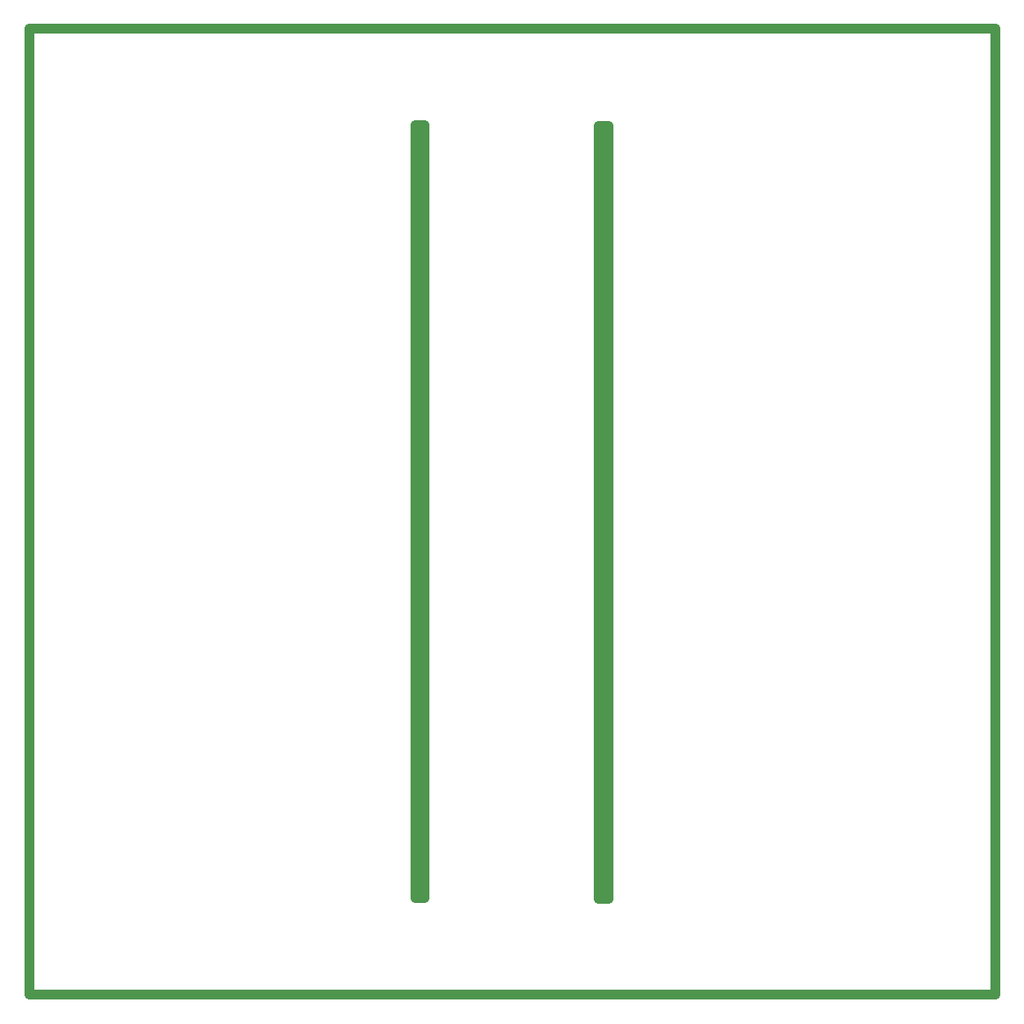
<source format=gbr>
%TF.GenerationSoftware,KiCad,Pcbnew,(5.0.2)-1*%
%TF.CreationDate,2019-02-27T22:14:55+01:00*%
%TF.ProjectId,Kicad-EffectsUnit1,4b696361-642d-4456-9666-65637473556e,Rev A*%
%TF.SameCoordinates,Original*%
%TF.FileFunction,Profile,NP*%
%FSLAX46Y46*%
G04 Gerber Fmt 4.6, Leading zero omitted, Abs format (unit mm)*
G04 Created by KiCad (PCBNEW (5.0.2)-1) date 27/02/2019 22:14:55*
%MOMM*%
%LPD*%
G01*
G04 APERTURE LIST*
%ADD10C,1.000000*%
G04 APERTURE END LIST*
D10*
X159950000Y-60100000D02*
X159950000Y-140100000D01*
X158950000Y-140100000D02*
X158950000Y-60100000D01*
X158950000Y-60100000D02*
X159950000Y-60100000D01*
X158950000Y-140100000D02*
X159950000Y-140100000D01*
X139950000Y-140000000D02*
X140950000Y-140000000D01*
X139950000Y-60000000D02*
X140950000Y-60000000D01*
X139950000Y-140000000D02*
X139950000Y-60000000D01*
X140950000Y-60000000D02*
X140950000Y-140000000D01*
X200000000Y-50000000D02*
X100000000Y-50000000D01*
X200000000Y-150000000D02*
X200000000Y-50000000D01*
X100000000Y-150000000D02*
X200000000Y-150000000D01*
X100000000Y-50000000D02*
X100000000Y-150000000D01*
M02*

</source>
